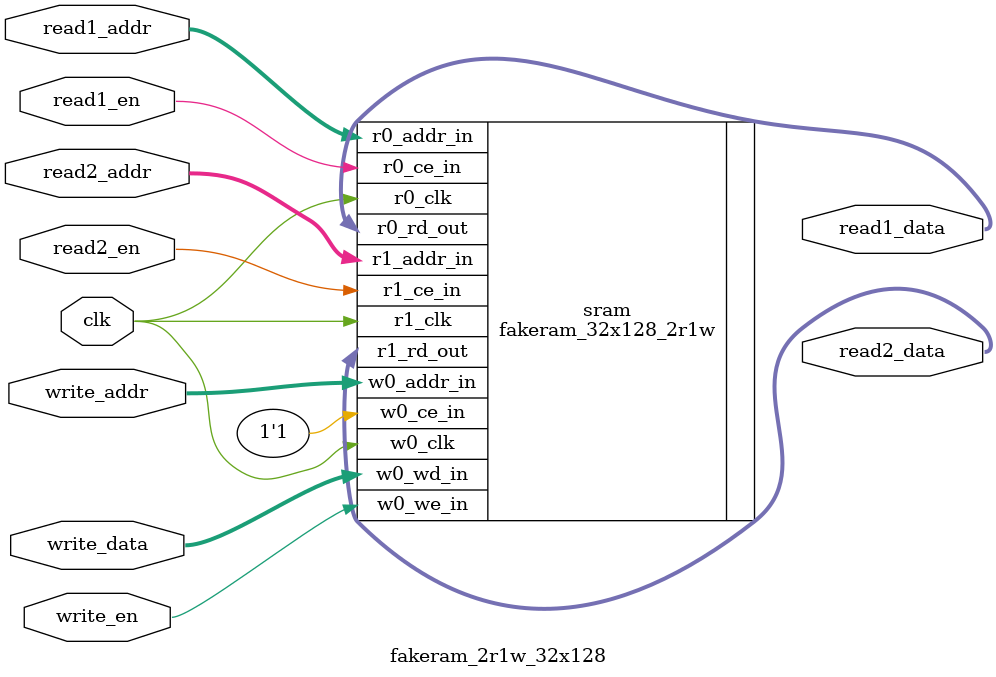
<source format=v>
module fakeram_1r1w_1x256 (
	clk,
	read_en,
	read_addr,
	read_data,
	write_en,
	write_addr,
	write_data
);
	parameter DATA_WIDTH = 1;
	parameter SIZE = 256;
	parameter READ_DURING_WRITE = "NEW_DATA";
	parameter ADDR_WIDTH = $clog2(SIZE);
	input clk;
	input read_en;
	input [ADDR_WIDTH - 1:0] read_addr;
	output reg [DATA_WIDTH - 1:0] read_data;
	input write_en;
	input [ADDR_WIDTH - 1:0] write_addr;
	input [DATA_WIDTH - 1:0] write_data;
	fakeram_1x256_1r1w sram (
		.r0_clk       (clk),
		.w0_clk       (clk),
		.r0_rd_out (read_data),
		.r0_addr_in   (read_addr),
		.w0_addr_in   (write_addr),
		.w0_we_in  (write_en),
		.w0_wd_in  (write_data),
   		.r0_ce_in 	   (read_en),
   		.w0_ce_in	   (1'b1)
	);
endmodule
module fakeram_1r1w_18x256 (
	clk,
	read_en,
	read_addr,
	read_data,
	write_en,
	write_addr,
	write_data
);
	parameter DATA_WIDTH = 18;
	parameter SIZE = 256;
	parameter READ_DURING_WRITE = "NEW_DATA";
	parameter ADDR_WIDTH = $clog2(SIZE);
	input clk;
	input read_en;
	input [ADDR_WIDTH - 1:0] read_addr;
	output reg [DATA_WIDTH - 1:0] read_data;
	input write_en;
	input [ADDR_WIDTH - 1:0] write_addr;
	input [DATA_WIDTH - 1:0] write_data;
	fakeram_18x256_1r1w sram (
		.r0_clk       (clk),
		.w0_clk       (clk),
		.r0_rd_out (read_data),
		.r0_addr_in   (read_addr),
		.w0_addr_in   (write_addr),
		.w0_we_in  (write_en),
		.w0_wd_in  (write_data),
   		.r0_ce_in 	   (read_en),
   		.w0_ce_in	   (1'b1)
	);
endmodule
module fakeram_1r1w_16x52 (
	clk,
	read_en,
	read_addr,
	read_data,
	write_en,
	write_addr,
	write_data
);
	parameter DATA_WIDTH = 16;
	parameter SIZE = 52;
	parameter READ_DURING_WRITE = "NEW_DATA";
	parameter ADDR_WIDTH = $clog2(SIZE);
	input clk;
	input read_en;
	input [ADDR_WIDTH - 1:0] read_addr;
	output reg [DATA_WIDTH - 1:0] read_data;
	input write_en;
	input [ADDR_WIDTH - 1:0] write_addr;
	input [DATA_WIDTH - 1:0] write_data;
	fakeram_16x52_1r1w sram (
		.r0_clk       (clk),
		.w0_clk       (clk),
		.r0_rd_out (read_data),
		.r0_addr_in   (read_addr),
		.w0_addr_in   (write_addr),
		.w0_we_in  (write_en),
		.w0_wd_in  (write_data),
   		.r0_ce_in 	   (read_en),
   		.w0_ce_in	   (1'b1)
	);
endmodule
module fakeram_1r1w_20x64 (
	clk,
	read_en,
	read_addr,
	read_data,
	write_en,
	write_addr,
	write_data
);
	parameter DATA_WIDTH = 20;
	parameter SIZE = 64;
	parameter READ_DURING_WRITE = "NEW_DATA";
	parameter ADDR_WIDTH = $clog2(SIZE);
	input clk;
	input read_en;
	input [ADDR_WIDTH - 1:0] read_addr;
	output reg [DATA_WIDTH - 1:0] read_data;
	input write_en;
	input [ADDR_WIDTH - 1:0] write_addr;
	input [DATA_WIDTH - 1:0] write_data;
	fakeram_20x64_1r1w sram (
		.r0_clk       (clk),
		.w0_clk       (clk),
		.r0_rd_out (read_data),
		.r0_addr_in   (read_addr),
		.w0_addr_in   (write_addr),
		.w0_we_in  (write_en),
		.w0_wd_in  (write_data),
   		.r0_ce_in 	   (read_en),
   		.w0_ce_in	   (1'b1)
	);
endmodule
module fakeram_1r1w_512x256 (
	clk,
	read_en,
	read_addr,
	read_data,
	write_en,
	write_addr,
	write_data
);
	parameter DATA_WIDTH = 512;
	parameter SIZE = 256;
	parameter READ_DURING_WRITE = "NEW_DATA";
	parameter ADDR_WIDTH = $clog2(SIZE);
	input clk;
	input read_en;
	input [ADDR_WIDTH - 1:0] read_addr;
	output reg [DATA_WIDTH - 1:0] read_data;
	input write_en;
	input [ADDR_WIDTH - 1:0] write_addr;
	input [DATA_WIDTH - 1:0] write_data;
	fakeram_512x256_1r1w sram (
		.r0_clk       (clk),
		.w0_clk       (clk),
		.r0_rd_out    (read_data),
		.r0_addr_in   (read_addr),
		.w0_addr_in   (write_addr),
		.w0_we_in     (write_en),
		.w0_wd_in     (write_data),
   		.r0_ce_in 	  (read_en),
   		.w0_ce_in	  (1'b1)
	);
endmodule
module fakeram_1r1w_512x1024 (
	clk,
	read_en,
	read_addr,
	read_data,
	write_en,
	write_addr,
	write_data
);
	parameter DATA_WIDTH = 512;
	parameter SIZE = 1024;
	parameter READ_DURING_WRITE = "NEW_DATA";
	parameter ADDR_WIDTH = $clog2(SIZE);
	input clk;
	input read_en;
	input [ADDR_WIDTH - 1:0] read_addr;
	output reg [DATA_WIDTH - 1:0] read_data;
	input write_en;
	input [ADDR_WIDTH - 1:0] write_addr;
	input [DATA_WIDTH - 1:0] write_data;
	fakeram_512x1024_1r1w sram (
		.r0_clk       (clk),
		.w0_clk       (clk),
		.r0_rd_out (read_data),
		.r0_addr_in   (read_addr),
		.w0_addr_in   (write_addr),
		.w0_we_in  (write_en),
		.w0_wd_in  (write_data),
   		.r0_ce_in 	   (read_en),
   		.w0_ce_in	   (1'b1)
	);
endmodule
module fakeram_1r1w_512x2048 (
	clk,
	read_en,
	read_addr,
	read_data,
	write_en,
	write_addr,
	write_data
);
	parameter DATA_WIDTH = 512;
	parameter SIZE = 2048;
	parameter READ_DURING_WRITE = "NEW_DATA";
	parameter ADDR_WIDTH = $clog2(SIZE);
	input clk;
	input read_en;
	input [ADDR_WIDTH - 1:0] read_addr;
	output reg [DATA_WIDTH - 1:0] read_data;
	input write_en;
	input [ADDR_WIDTH - 1:0] write_addr;
	input [DATA_WIDTH - 1:0] write_data;
	fakeram_512x2048_1r1w sram (
		.r0_clk       (clk),
		.w0_clk       (clk),
		.r0_rd_out    (read_data),
		.r0_addr_in   (read_addr),
		.w0_addr_in   (write_addr),
		.w0_we_in     (write_en),
		.w0_wd_in     (write_data),
   		.r0_ce_in 	  (read_en),
   		.w0_ce_in	  (1'b1)
	);
endmodule
module fakeram_2r1w_20x64 (
	clk,
	read1_en,
	read1_addr,
	read1_data,
	read2_en,
	read2_addr,
	read2_data,
	write_en,
	write_addr,
	write_data
);
	parameter DATA_WIDTH = 20;
	parameter SIZE = 64;
	parameter READ_DURING_WRITE = "NEW_DATA";
	parameter ADDR_WIDTH = $clog2(SIZE);
	input clk;
	input read1_en;
	input [ADDR_WIDTH - 1:0] read1_addr;
	output reg [DATA_WIDTH - 1:0] read1_data;
	input read2_en;
	input [ADDR_WIDTH - 1:0] read2_addr;
	output reg [DATA_WIDTH - 1:0] read2_data;
	input write_en;
	input [ADDR_WIDTH - 1:0] write_addr;
	input [DATA_WIDTH - 1:0] write_data;
	fakeram_20x64_2r1w sram (
		.r0_clk       (clk),
		.r1_clk       (clk),
		.w0_clk       (clk),
		.r0_rd_out (read1_data),
		.r1_rd_out (read2_data),
		.r0_addr_in   (read1_addr),
		.r1_addr_in   (read2_addr),
		.w0_addr_in   (write_addr),
		.w0_we_in  (write_en),
		.w0_wd_in  (write_data),
   		.r0_ce_in 	   (read1_en),
		.r1_ce_in      (read2_en),
   		.w0_ce_in	   (1'b1)
	);
endmodule
module fakeram_2r1w_32x128 (
	clk,
	read1_en,
	read1_addr,
	read1_data,
	read2_en,
	read2_addr,
	read2_data,
	write_en,
	write_addr,
	write_data
);
	parameter DATA_WIDTH = 32;
	parameter SIZE = 128;
	parameter READ_DURING_WRITE = "NEW_DATA";
	parameter ADDR_WIDTH = $clog2(SIZE);
	input clk;
	input read1_en;
	input [ADDR_WIDTH - 1:0] read1_addr;
	output reg [DATA_WIDTH - 1:0] read1_data;
	input read2_en;
	input [ADDR_WIDTH - 1:0] read2_addr;
	output reg [DATA_WIDTH - 1:0] read2_data;
	input write_en;
	input [ADDR_WIDTH - 1:0] write_addr;
	input [DATA_WIDTH - 1:0] write_data;
	fakeram_32x128_2r1w sram (
		.r0_clk       (clk),
		.r1_clk       (clk),
		.w0_clk       (clk),
		.r0_rd_out (read1_data),
		.r1_rd_out (read2_data),
		.r0_addr_in   (read1_addr),
		.r1_addr_in   (read2_addr),
		.w0_addr_in   (write_addr),
		.w0_we_in  (write_en),
		.w0_wd_in  (write_data),
   		.r0_ce_in 	   (read1_en),
		.r1_ce_in      (read2_en),
   		.w0_ce_in	   (1'b1)
	);
endmodule
</source>
